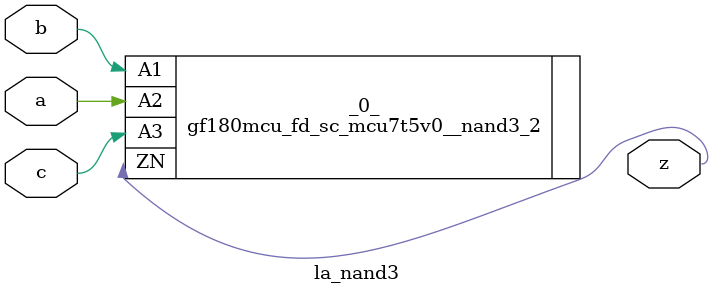
<source format=v>
/* Generated by Yosys 0.37 (git sha1 a5c7f69ed, clang 14.0.0-1ubuntu1.1 -fPIC -Os) */

module la_nand3(a, b, c, z);
  input a;
  wire a;
  input b;
  wire b;
  input c;
  wire c;
  output z;
  wire z;
  gf180mcu_fd_sc_mcu7t5v0__nand3_2 _0_ (
    .A1(b),
    .A2(a),
    .A3(c),
    .ZN(z)
  );
endmodule

</source>
